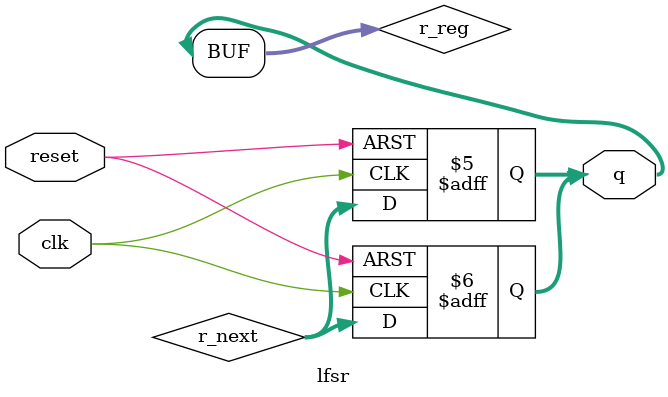
<source format=v>
module lfsr( 
    input clk,
    input reset,
    output [4:0] q
); 
reg [4:0] r_reg;
wire [4:0] r_next;
wire feedback_value;
// on reset set the value of r_reg to 1
// otherwise assign r_next to r_reg
// assign the xor of bit positions 2 and 4 of r_reg to feedback_value
// assign feedback concatenated with 4 most significant bits of r_reg to r_next
// assign r_reg to the output q
always @(posedge clk or posedge reset)
 if(reset)
 r_reg <= 1;
 else
 r_reg <= r_next;
assign q = r_reg;
assign feedback = (r_reg[2] ^ r_reg[4]) ^ q[4];
always @(posedge clk or posedge reset)
 if(reset)
 q <= 0;
 else
 q <= r_next;
endmodule

</source>
